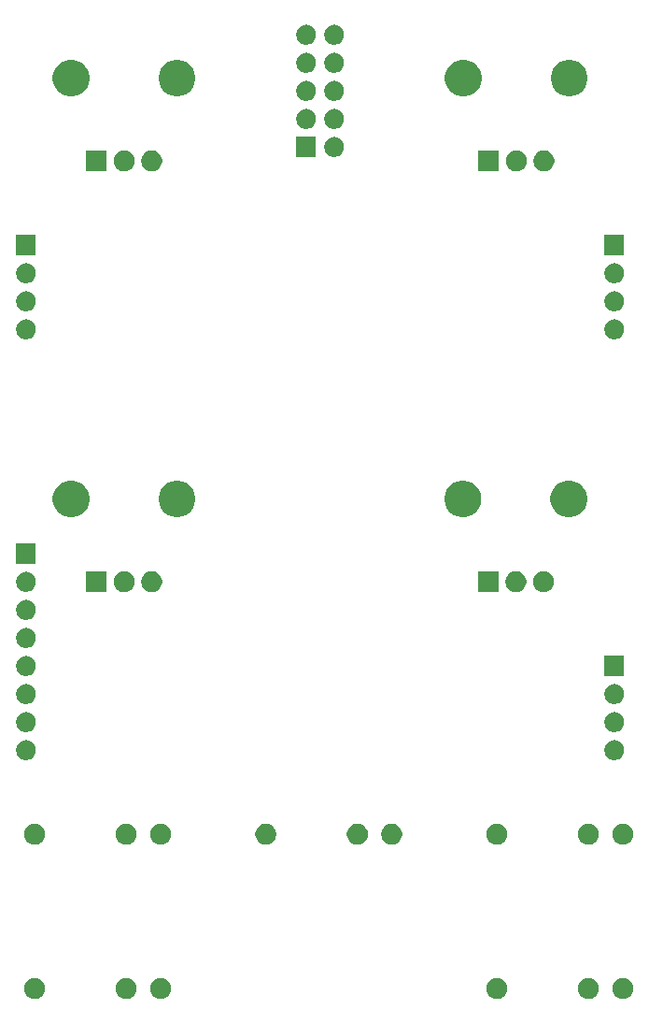
<source format=gbr>
G04 #@! TF.GenerationSoftware,KiCad,Pcbnew,5.1.6-c6e7f7d~87~ubuntu18.04.1*
G04 #@! TF.CreationDate,2020-08-19T11:35:40-04:00*
G04 #@! TF.ProjectId,filter_carrier_board,66696c74-6572-45f6-9361-72726965725f,1.2*
G04 #@! TF.SameCoordinates,Original*
G04 #@! TF.FileFunction,Soldermask,Top*
G04 #@! TF.FilePolarity,Negative*
%FSLAX46Y46*%
G04 Gerber Fmt 4.6, Leading zero omitted, Abs format (unit mm)*
G04 Created by KiCad (PCBNEW 5.1.6-c6e7f7d~87~ubuntu18.04.1) date 2020-08-19 11:35:40*
%MOMM*%
%LPD*%
G01*
G04 APERTURE LIST*
%ADD10C,0.100000*%
G04 APERTURE END LIST*
D10*
G36*
X114782395Y-140055546D02*
G01*
X114955466Y-140127234D01*
X114955467Y-140127235D01*
X115111227Y-140231310D01*
X115243690Y-140363773D01*
X115243691Y-140363775D01*
X115347766Y-140519534D01*
X115419454Y-140692605D01*
X115456000Y-140876333D01*
X115456000Y-141063667D01*
X115419454Y-141247395D01*
X115347766Y-141420466D01*
X115347765Y-141420467D01*
X115243690Y-141576227D01*
X115111227Y-141708690D01*
X115032818Y-141761081D01*
X114955466Y-141812766D01*
X114782395Y-141884454D01*
X114598667Y-141921000D01*
X114411333Y-141921000D01*
X114227605Y-141884454D01*
X114054534Y-141812766D01*
X113977182Y-141761081D01*
X113898773Y-141708690D01*
X113766310Y-141576227D01*
X113662235Y-141420467D01*
X113662234Y-141420466D01*
X113590546Y-141247395D01*
X113554000Y-141063667D01*
X113554000Y-140876333D01*
X113590546Y-140692605D01*
X113662234Y-140519534D01*
X113766309Y-140363775D01*
X113766310Y-140363773D01*
X113898773Y-140231310D01*
X114054533Y-140127235D01*
X114054534Y-140127234D01*
X114227605Y-140055546D01*
X114411333Y-140019000D01*
X114598667Y-140019000D01*
X114782395Y-140055546D01*
G37*
G36*
X156692395Y-140055546D02*
G01*
X156865466Y-140127234D01*
X156865467Y-140127235D01*
X157021227Y-140231310D01*
X157153690Y-140363773D01*
X157153691Y-140363775D01*
X157257766Y-140519534D01*
X157329454Y-140692605D01*
X157366000Y-140876333D01*
X157366000Y-141063667D01*
X157329454Y-141247395D01*
X157257766Y-141420466D01*
X157257765Y-141420467D01*
X157153690Y-141576227D01*
X157021227Y-141708690D01*
X156942818Y-141761081D01*
X156865466Y-141812766D01*
X156692395Y-141884454D01*
X156508667Y-141921000D01*
X156321333Y-141921000D01*
X156137605Y-141884454D01*
X155964534Y-141812766D01*
X155887182Y-141761081D01*
X155808773Y-141708690D01*
X155676310Y-141576227D01*
X155572235Y-141420467D01*
X155572234Y-141420466D01*
X155500546Y-141247395D01*
X155464000Y-141063667D01*
X155464000Y-140876333D01*
X155500546Y-140692605D01*
X155572234Y-140519534D01*
X155676309Y-140363775D01*
X155676310Y-140363773D01*
X155808773Y-140231310D01*
X155964533Y-140127235D01*
X155964534Y-140127234D01*
X156137605Y-140055546D01*
X156321333Y-140019000D01*
X156508667Y-140019000D01*
X156692395Y-140055546D01*
G37*
G36*
X148392395Y-140055546D02*
G01*
X148565466Y-140127234D01*
X148565467Y-140127235D01*
X148721227Y-140231310D01*
X148853690Y-140363773D01*
X148853691Y-140363775D01*
X148957766Y-140519534D01*
X149029454Y-140692605D01*
X149066000Y-140876333D01*
X149066000Y-141063667D01*
X149029454Y-141247395D01*
X148957766Y-141420466D01*
X148957765Y-141420467D01*
X148853690Y-141576227D01*
X148721227Y-141708690D01*
X148642818Y-141761081D01*
X148565466Y-141812766D01*
X148392395Y-141884454D01*
X148208667Y-141921000D01*
X148021333Y-141921000D01*
X147837605Y-141884454D01*
X147664534Y-141812766D01*
X147587182Y-141761081D01*
X147508773Y-141708690D01*
X147376310Y-141576227D01*
X147272235Y-141420467D01*
X147272234Y-141420466D01*
X147200546Y-141247395D01*
X147164000Y-141063667D01*
X147164000Y-140876333D01*
X147200546Y-140692605D01*
X147272234Y-140519534D01*
X147376309Y-140363775D01*
X147376310Y-140363773D01*
X147508773Y-140231310D01*
X147664533Y-140127235D01*
X147664534Y-140127234D01*
X147837605Y-140055546D01*
X148021333Y-140019000D01*
X148208667Y-140019000D01*
X148392395Y-140055546D01*
G37*
G36*
X159792395Y-140055546D02*
G01*
X159965466Y-140127234D01*
X159965467Y-140127235D01*
X160121227Y-140231310D01*
X160253690Y-140363773D01*
X160253691Y-140363775D01*
X160357766Y-140519534D01*
X160429454Y-140692605D01*
X160466000Y-140876333D01*
X160466000Y-141063667D01*
X160429454Y-141247395D01*
X160357766Y-141420466D01*
X160357765Y-141420467D01*
X160253690Y-141576227D01*
X160121227Y-141708690D01*
X160042818Y-141761081D01*
X159965466Y-141812766D01*
X159792395Y-141884454D01*
X159608667Y-141921000D01*
X159421333Y-141921000D01*
X159237605Y-141884454D01*
X159064534Y-141812766D01*
X158987182Y-141761081D01*
X158908773Y-141708690D01*
X158776310Y-141576227D01*
X158672235Y-141420467D01*
X158672234Y-141420466D01*
X158600546Y-141247395D01*
X158564000Y-141063667D01*
X158564000Y-140876333D01*
X158600546Y-140692605D01*
X158672234Y-140519534D01*
X158776309Y-140363775D01*
X158776310Y-140363773D01*
X158908773Y-140231310D01*
X159064533Y-140127235D01*
X159064534Y-140127234D01*
X159237605Y-140055546D01*
X159421333Y-140019000D01*
X159608667Y-140019000D01*
X159792395Y-140055546D01*
G37*
G36*
X117882395Y-140055546D02*
G01*
X118055466Y-140127234D01*
X118055467Y-140127235D01*
X118211227Y-140231310D01*
X118343690Y-140363773D01*
X118343691Y-140363775D01*
X118447766Y-140519534D01*
X118519454Y-140692605D01*
X118556000Y-140876333D01*
X118556000Y-141063667D01*
X118519454Y-141247395D01*
X118447766Y-141420466D01*
X118447765Y-141420467D01*
X118343690Y-141576227D01*
X118211227Y-141708690D01*
X118132818Y-141761081D01*
X118055466Y-141812766D01*
X117882395Y-141884454D01*
X117698667Y-141921000D01*
X117511333Y-141921000D01*
X117327605Y-141884454D01*
X117154534Y-141812766D01*
X117077182Y-141761081D01*
X116998773Y-141708690D01*
X116866310Y-141576227D01*
X116762235Y-141420467D01*
X116762234Y-141420466D01*
X116690546Y-141247395D01*
X116654000Y-141063667D01*
X116654000Y-140876333D01*
X116690546Y-140692605D01*
X116762234Y-140519534D01*
X116866309Y-140363775D01*
X116866310Y-140363773D01*
X116998773Y-140231310D01*
X117154533Y-140127235D01*
X117154534Y-140127234D01*
X117327605Y-140055546D01*
X117511333Y-140019000D01*
X117698667Y-140019000D01*
X117882395Y-140055546D01*
G37*
G36*
X106482395Y-140055546D02*
G01*
X106655466Y-140127234D01*
X106655467Y-140127235D01*
X106811227Y-140231310D01*
X106943690Y-140363773D01*
X106943691Y-140363775D01*
X107047766Y-140519534D01*
X107119454Y-140692605D01*
X107156000Y-140876333D01*
X107156000Y-141063667D01*
X107119454Y-141247395D01*
X107047766Y-141420466D01*
X107047765Y-141420467D01*
X106943690Y-141576227D01*
X106811227Y-141708690D01*
X106732818Y-141761081D01*
X106655466Y-141812766D01*
X106482395Y-141884454D01*
X106298667Y-141921000D01*
X106111333Y-141921000D01*
X105927605Y-141884454D01*
X105754534Y-141812766D01*
X105677182Y-141761081D01*
X105598773Y-141708690D01*
X105466310Y-141576227D01*
X105362235Y-141420467D01*
X105362234Y-141420466D01*
X105290546Y-141247395D01*
X105254000Y-141063667D01*
X105254000Y-140876333D01*
X105290546Y-140692605D01*
X105362234Y-140519534D01*
X105466309Y-140363775D01*
X105466310Y-140363773D01*
X105598773Y-140231310D01*
X105754533Y-140127235D01*
X105754534Y-140127234D01*
X105927605Y-140055546D01*
X106111333Y-140019000D01*
X106298667Y-140019000D01*
X106482395Y-140055546D01*
G37*
G36*
X148392395Y-126085546D02*
G01*
X148565466Y-126157234D01*
X148565467Y-126157235D01*
X148721227Y-126261310D01*
X148853690Y-126393773D01*
X148853691Y-126393775D01*
X148957766Y-126549534D01*
X149029454Y-126722605D01*
X149066000Y-126906333D01*
X149066000Y-127093667D01*
X149029454Y-127277395D01*
X148957766Y-127450466D01*
X148957765Y-127450467D01*
X148853690Y-127606227D01*
X148721227Y-127738690D01*
X148642818Y-127791081D01*
X148565466Y-127842766D01*
X148392395Y-127914454D01*
X148208667Y-127951000D01*
X148021333Y-127951000D01*
X147837605Y-127914454D01*
X147664534Y-127842766D01*
X147587182Y-127791081D01*
X147508773Y-127738690D01*
X147376310Y-127606227D01*
X147272235Y-127450467D01*
X147272234Y-127450466D01*
X147200546Y-127277395D01*
X147164000Y-127093667D01*
X147164000Y-126906333D01*
X147200546Y-126722605D01*
X147272234Y-126549534D01*
X147376309Y-126393775D01*
X147376310Y-126393773D01*
X147508773Y-126261310D01*
X147664533Y-126157235D01*
X147664534Y-126157234D01*
X147837605Y-126085546D01*
X148021333Y-126049000D01*
X148208667Y-126049000D01*
X148392395Y-126085546D01*
G37*
G36*
X114782395Y-126085546D02*
G01*
X114955466Y-126157234D01*
X114955467Y-126157235D01*
X115111227Y-126261310D01*
X115243690Y-126393773D01*
X115243691Y-126393775D01*
X115347766Y-126549534D01*
X115419454Y-126722605D01*
X115456000Y-126906333D01*
X115456000Y-127093667D01*
X115419454Y-127277395D01*
X115347766Y-127450466D01*
X115347765Y-127450467D01*
X115243690Y-127606227D01*
X115111227Y-127738690D01*
X115032818Y-127791081D01*
X114955466Y-127842766D01*
X114782395Y-127914454D01*
X114598667Y-127951000D01*
X114411333Y-127951000D01*
X114227605Y-127914454D01*
X114054534Y-127842766D01*
X113977182Y-127791081D01*
X113898773Y-127738690D01*
X113766310Y-127606227D01*
X113662235Y-127450467D01*
X113662234Y-127450466D01*
X113590546Y-127277395D01*
X113554000Y-127093667D01*
X113554000Y-126906333D01*
X113590546Y-126722605D01*
X113662234Y-126549534D01*
X113766309Y-126393775D01*
X113766310Y-126393773D01*
X113898773Y-126261310D01*
X114054533Y-126157235D01*
X114054534Y-126157234D01*
X114227605Y-126085546D01*
X114411333Y-126049000D01*
X114598667Y-126049000D01*
X114782395Y-126085546D01*
G37*
G36*
X117882395Y-126085546D02*
G01*
X118055466Y-126157234D01*
X118055467Y-126157235D01*
X118211227Y-126261310D01*
X118343690Y-126393773D01*
X118343691Y-126393775D01*
X118447766Y-126549534D01*
X118519454Y-126722605D01*
X118556000Y-126906333D01*
X118556000Y-127093667D01*
X118519454Y-127277395D01*
X118447766Y-127450466D01*
X118447765Y-127450467D01*
X118343690Y-127606227D01*
X118211227Y-127738690D01*
X118132818Y-127791081D01*
X118055466Y-127842766D01*
X117882395Y-127914454D01*
X117698667Y-127951000D01*
X117511333Y-127951000D01*
X117327605Y-127914454D01*
X117154534Y-127842766D01*
X117077182Y-127791081D01*
X116998773Y-127738690D01*
X116866310Y-127606227D01*
X116762235Y-127450467D01*
X116762234Y-127450466D01*
X116690546Y-127277395D01*
X116654000Y-127093667D01*
X116654000Y-126906333D01*
X116690546Y-126722605D01*
X116762234Y-126549534D01*
X116866309Y-126393775D01*
X116866310Y-126393773D01*
X116998773Y-126261310D01*
X117154533Y-126157235D01*
X117154534Y-126157234D01*
X117327605Y-126085546D01*
X117511333Y-126049000D01*
X117698667Y-126049000D01*
X117882395Y-126085546D01*
G37*
G36*
X106482395Y-126085546D02*
G01*
X106655466Y-126157234D01*
X106655467Y-126157235D01*
X106811227Y-126261310D01*
X106943690Y-126393773D01*
X106943691Y-126393775D01*
X107047766Y-126549534D01*
X107119454Y-126722605D01*
X107156000Y-126906333D01*
X107156000Y-127093667D01*
X107119454Y-127277395D01*
X107047766Y-127450466D01*
X107047765Y-127450467D01*
X106943690Y-127606227D01*
X106811227Y-127738690D01*
X106732818Y-127791081D01*
X106655466Y-127842766D01*
X106482395Y-127914454D01*
X106298667Y-127951000D01*
X106111333Y-127951000D01*
X105927605Y-127914454D01*
X105754534Y-127842766D01*
X105677182Y-127791081D01*
X105598773Y-127738690D01*
X105466310Y-127606227D01*
X105362235Y-127450467D01*
X105362234Y-127450466D01*
X105290546Y-127277395D01*
X105254000Y-127093667D01*
X105254000Y-126906333D01*
X105290546Y-126722605D01*
X105362234Y-126549534D01*
X105466309Y-126393775D01*
X105466310Y-126393773D01*
X105598773Y-126261310D01*
X105754533Y-126157235D01*
X105754534Y-126157234D01*
X105927605Y-126085546D01*
X106111333Y-126049000D01*
X106298667Y-126049000D01*
X106482395Y-126085546D01*
G37*
G36*
X135737395Y-126085546D02*
G01*
X135910466Y-126157234D01*
X135910467Y-126157235D01*
X136066227Y-126261310D01*
X136198690Y-126393773D01*
X136198691Y-126393775D01*
X136302766Y-126549534D01*
X136374454Y-126722605D01*
X136411000Y-126906333D01*
X136411000Y-127093667D01*
X136374454Y-127277395D01*
X136302766Y-127450466D01*
X136302765Y-127450467D01*
X136198690Y-127606227D01*
X136066227Y-127738690D01*
X135987818Y-127791081D01*
X135910466Y-127842766D01*
X135737395Y-127914454D01*
X135553667Y-127951000D01*
X135366333Y-127951000D01*
X135182605Y-127914454D01*
X135009534Y-127842766D01*
X134932182Y-127791081D01*
X134853773Y-127738690D01*
X134721310Y-127606227D01*
X134617235Y-127450467D01*
X134617234Y-127450466D01*
X134545546Y-127277395D01*
X134509000Y-127093667D01*
X134509000Y-126906333D01*
X134545546Y-126722605D01*
X134617234Y-126549534D01*
X134721309Y-126393775D01*
X134721310Y-126393773D01*
X134853773Y-126261310D01*
X135009533Y-126157235D01*
X135009534Y-126157234D01*
X135182605Y-126085546D01*
X135366333Y-126049000D01*
X135553667Y-126049000D01*
X135737395Y-126085546D01*
G37*
G36*
X138837395Y-126085546D02*
G01*
X139010466Y-126157234D01*
X139010467Y-126157235D01*
X139166227Y-126261310D01*
X139298690Y-126393773D01*
X139298691Y-126393775D01*
X139402766Y-126549534D01*
X139474454Y-126722605D01*
X139511000Y-126906333D01*
X139511000Y-127093667D01*
X139474454Y-127277395D01*
X139402766Y-127450466D01*
X139402765Y-127450467D01*
X139298690Y-127606227D01*
X139166227Y-127738690D01*
X139087818Y-127791081D01*
X139010466Y-127842766D01*
X138837395Y-127914454D01*
X138653667Y-127951000D01*
X138466333Y-127951000D01*
X138282605Y-127914454D01*
X138109534Y-127842766D01*
X138032182Y-127791081D01*
X137953773Y-127738690D01*
X137821310Y-127606227D01*
X137717235Y-127450467D01*
X137717234Y-127450466D01*
X137645546Y-127277395D01*
X137609000Y-127093667D01*
X137609000Y-126906333D01*
X137645546Y-126722605D01*
X137717234Y-126549534D01*
X137821309Y-126393775D01*
X137821310Y-126393773D01*
X137953773Y-126261310D01*
X138109533Y-126157235D01*
X138109534Y-126157234D01*
X138282605Y-126085546D01*
X138466333Y-126049000D01*
X138653667Y-126049000D01*
X138837395Y-126085546D01*
G37*
G36*
X127437395Y-126085546D02*
G01*
X127610466Y-126157234D01*
X127610467Y-126157235D01*
X127766227Y-126261310D01*
X127898690Y-126393773D01*
X127898691Y-126393775D01*
X128002766Y-126549534D01*
X128074454Y-126722605D01*
X128111000Y-126906333D01*
X128111000Y-127093667D01*
X128074454Y-127277395D01*
X128002766Y-127450466D01*
X128002765Y-127450467D01*
X127898690Y-127606227D01*
X127766227Y-127738690D01*
X127687818Y-127791081D01*
X127610466Y-127842766D01*
X127437395Y-127914454D01*
X127253667Y-127951000D01*
X127066333Y-127951000D01*
X126882605Y-127914454D01*
X126709534Y-127842766D01*
X126632182Y-127791081D01*
X126553773Y-127738690D01*
X126421310Y-127606227D01*
X126317235Y-127450467D01*
X126317234Y-127450466D01*
X126245546Y-127277395D01*
X126209000Y-127093667D01*
X126209000Y-126906333D01*
X126245546Y-126722605D01*
X126317234Y-126549534D01*
X126421309Y-126393775D01*
X126421310Y-126393773D01*
X126553773Y-126261310D01*
X126709533Y-126157235D01*
X126709534Y-126157234D01*
X126882605Y-126085546D01*
X127066333Y-126049000D01*
X127253667Y-126049000D01*
X127437395Y-126085546D01*
G37*
G36*
X156692395Y-126085546D02*
G01*
X156865466Y-126157234D01*
X156865467Y-126157235D01*
X157021227Y-126261310D01*
X157153690Y-126393773D01*
X157153691Y-126393775D01*
X157257766Y-126549534D01*
X157329454Y-126722605D01*
X157366000Y-126906333D01*
X157366000Y-127093667D01*
X157329454Y-127277395D01*
X157257766Y-127450466D01*
X157257765Y-127450467D01*
X157153690Y-127606227D01*
X157021227Y-127738690D01*
X156942818Y-127791081D01*
X156865466Y-127842766D01*
X156692395Y-127914454D01*
X156508667Y-127951000D01*
X156321333Y-127951000D01*
X156137605Y-127914454D01*
X155964534Y-127842766D01*
X155887182Y-127791081D01*
X155808773Y-127738690D01*
X155676310Y-127606227D01*
X155572235Y-127450467D01*
X155572234Y-127450466D01*
X155500546Y-127277395D01*
X155464000Y-127093667D01*
X155464000Y-126906333D01*
X155500546Y-126722605D01*
X155572234Y-126549534D01*
X155676309Y-126393775D01*
X155676310Y-126393773D01*
X155808773Y-126261310D01*
X155964533Y-126157235D01*
X155964534Y-126157234D01*
X156137605Y-126085546D01*
X156321333Y-126049000D01*
X156508667Y-126049000D01*
X156692395Y-126085546D01*
G37*
G36*
X159792395Y-126085546D02*
G01*
X159965466Y-126157234D01*
X159965467Y-126157235D01*
X160121227Y-126261310D01*
X160253690Y-126393773D01*
X160253691Y-126393775D01*
X160357766Y-126549534D01*
X160429454Y-126722605D01*
X160466000Y-126906333D01*
X160466000Y-127093667D01*
X160429454Y-127277395D01*
X160357766Y-127450466D01*
X160357765Y-127450467D01*
X160253690Y-127606227D01*
X160121227Y-127738690D01*
X160042818Y-127791081D01*
X159965466Y-127842766D01*
X159792395Y-127914454D01*
X159608667Y-127951000D01*
X159421333Y-127951000D01*
X159237605Y-127914454D01*
X159064534Y-127842766D01*
X158987182Y-127791081D01*
X158908773Y-127738690D01*
X158776310Y-127606227D01*
X158672235Y-127450467D01*
X158672234Y-127450466D01*
X158600546Y-127277395D01*
X158564000Y-127093667D01*
X158564000Y-126906333D01*
X158600546Y-126722605D01*
X158672234Y-126549534D01*
X158776309Y-126393775D01*
X158776310Y-126393773D01*
X158908773Y-126261310D01*
X159064533Y-126157235D01*
X159064534Y-126157234D01*
X159237605Y-126085546D01*
X159421333Y-126049000D01*
X159608667Y-126049000D01*
X159792395Y-126085546D01*
G37*
G36*
X105523512Y-118483927D02*
G01*
X105672812Y-118513624D01*
X105836784Y-118581544D01*
X105984354Y-118680147D01*
X106109853Y-118805646D01*
X106208456Y-118953216D01*
X106276376Y-119117188D01*
X106311000Y-119291259D01*
X106311000Y-119468741D01*
X106276376Y-119642812D01*
X106208456Y-119806784D01*
X106109853Y-119954354D01*
X105984354Y-120079853D01*
X105836784Y-120178456D01*
X105672812Y-120246376D01*
X105523512Y-120276073D01*
X105498742Y-120281000D01*
X105321258Y-120281000D01*
X105296488Y-120276073D01*
X105147188Y-120246376D01*
X104983216Y-120178456D01*
X104835646Y-120079853D01*
X104710147Y-119954354D01*
X104611544Y-119806784D01*
X104543624Y-119642812D01*
X104509000Y-119468741D01*
X104509000Y-119291259D01*
X104543624Y-119117188D01*
X104611544Y-118953216D01*
X104710147Y-118805646D01*
X104835646Y-118680147D01*
X104983216Y-118581544D01*
X105147188Y-118513624D01*
X105296488Y-118483927D01*
X105321258Y-118479000D01*
X105498742Y-118479000D01*
X105523512Y-118483927D01*
G37*
G36*
X158863512Y-118483927D02*
G01*
X159012812Y-118513624D01*
X159176784Y-118581544D01*
X159324354Y-118680147D01*
X159449853Y-118805646D01*
X159548456Y-118953216D01*
X159616376Y-119117188D01*
X159651000Y-119291259D01*
X159651000Y-119468741D01*
X159616376Y-119642812D01*
X159548456Y-119806784D01*
X159449853Y-119954354D01*
X159324354Y-120079853D01*
X159176784Y-120178456D01*
X159012812Y-120246376D01*
X158863512Y-120276073D01*
X158838742Y-120281000D01*
X158661258Y-120281000D01*
X158636488Y-120276073D01*
X158487188Y-120246376D01*
X158323216Y-120178456D01*
X158175646Y-120079853D01*
X158050147Y-119954354D01*
X157951544Y-119806784D01*
X157883624Y-119642812D01*
X157849000Y-119468741D01*
X157849000Y-119291259D01*
X157883624Y-119117188D01*
X157951544Y-118953216D01*
X158050147Y-118805646D01*
X158175646Y-118680147D01*
X158323216Y-118581544D01*
X158487188Y-118513624D01*
X158636488Y-118483927D01*
X158661258Y-118479000D01*
X158838742Y-118479000D01*
X158863512Y-118483927D01*
G37*
G36*
X158863512Y-115943927D02*
G01*
X159012812Y-115973624D01*
X159176784Y-116041544D01*
X159324354Y-116140147D01*
X159449853Y-116265646D01*
X159548456Y-116413216D01*
X159616376Y-116577188D01*
X159651000Y-116751259D01*
X159651000Y-116928741D01*
X159616376Y-117102812D01*
X159548456Y-117266784D01*
X159449853Y-117414354D01*
X159324354Y-117539853D01*
X159176784Y-117638456D01*
X159012812Y-117706376D01*
X158863512Y-117736073D01*
X158838742Y-117741000D01*
X158661258Y-117741000D01*
X158636488Y-117736073D01*
X158487188Y-117706376D01*
X158323216Y-117638456D01*
X158175646Y-117539853D01*
X158050147Y-117414354D01*
X157951544Y-117266784D01*
X157883624Y-117102812D01*
X157849000Y-116928741D01*
X157849000Y-116751259D01*
X157883624Y-116577188D01*
X157951544Y-116413216D01*
X158050147Y-116265646D01*
X158175646Y-116140147D01*
X158323216Y-116041544D01*
X158487188Y-115973624D01*
X158636488Y-115943927D01*
X158661258Y-115939000D01*
X158838742Y-115939000D01*
X158863512Y-115943927D01*
G37*
G36*
X105523512Y-115943927D02*
G01*
X105672812Y-115973624D01*
X105836784Y-116041544D01*
X105984354Y-116140147D01*
X106109853Y-116265646D01*
X106208456Y-116413216D01*
X106276376Y-116577188D01*
X106311000Y-116751259D01*
X106311000Y-116928741D01*
X106276376Y-117102812D01*
X106208456Y-117266784D01*
X106109853Y-117414354D01*
X105984354Y-117539853D01*
X105836784Y-117638456D01*
X105672812Y-117706376D01*
X105523512Y-117736073D01*
X105498742Y-117741000D01*
X105321258Y-117741000D01*
X105296488Y-117736073D01*
X105147188Y-117706376D01*
X104983216Y-117638456D01*
X104835646Y-117539853D01*
X104710147Y-117414354D01*
X104611544Y-117266784D01*
X104543624Y-117102812D01*
X104509000Y-116928741D01*
X104509000Y-116751259D01*
X104543624Y-116577188D01*
X104611544Y-116413216D01*
X104710147Y-116265646D01*
X104835646Y-116140147D01*
X104983216Y-116041544D01*
X105147188Y-115973624D01*
X105296488Y-115943927D01*
X105321258Y-115939000D01*
X105498742Y-115939000D01*
X105523512Y-115943927D01*
G37*
G36*
X105523512Y-113403927D02*
G01*
X105672812Y-113433624D01*
X105836784Y-113501544D01*
X105984354Y-113600147D01*
X106109853Y-113725646D01*
X106208456Y-113873216D01*
X106276376Y-114037188D01*
X106311000Y-114211259D01*
X106311000Y-114388741D01*
X106276376Y-114562812D01*
X106208456Y-114726784D01*
X106109853Y-114874354D01*
X105984354Y-114999853D01*
X105836784Y-115098456D01*
X105672812Y-115166376D01*
X105523512Y-115196073D01*
X105498742Y-115201000D01*
X105321258Y-115201000D01*
X105296488Y-115196073D01*
X105147188Y-115166376D01*
X104983216Y-115098456D01*
X104835646Y-114999853D01*
X104710147Y-114874354D01*
X104611544Y-114726784D01*
X104543624Y-114562812D01*
X104509000Y-114388741D01*
X104509000Y-114211259D01*
X104543624Y-114037188D01*
X104611544Y-113873216D01*
X104710147Y-113725646D01*
X104835646Y-113600147D01*
X104983216Y-113501544D01*
X105147188Y-113433624D01*
X105296488Y-113403927D01*
X105321258Y-113399000D01*
X105498742Y-113399000D01*
X105523512Y-113403927D01*
G37*
G36*
X158863512Y-113403927D02*
G01*
X159012812Y-113433624D01*
X159176784Y-113501544D01*
X159324354Y-113600147D01*
X159449853Y-113725646D01*
X159548456Y-113873216D01*
X159616376Y-114037188D01*
X159651000Y-114211259D01*
X159651000Y-114388741D01*
X159616376Y-114562812D01*
X159548456Y-114726784D01*
X159449853Y-114874354D01*
X159324354Y-114999853D01*
X159176784Y-115098456D01*
X159012812Y-115166376D01*
X158863512Y-115196073D01*
X158838742Y-115201000D01*
X158661258Y-115201000D01*
X158636488Y-115196073D01*
X158487188Y-115166376D01*
X158323216Y-115098456D01*
X158175646Y-114999853D01*
X158050147Y-114874354D01*
X157951544Y-114726784D01*
X157883624Y-114562812D01*
X157849000Y-114388741D01*
X157849000Y-114211259D01*
X157883624Y-114037188D01*
X157951544Y-113873216D01*
X158050147Y-113725646D01*
X158175646Y-113600147D01*
X158323216Y-113501544D01*
X158487188Y-113433624D01*
X158636488Y-113403927D01*
X158661258Y-113399000D01*
X158838742Y-113399000D01*
X158863512Y-113403927D01*
G37*
G36*
X105523512Y-110863927D02*
G01*
X105672812Y-110893624D01*
X105836784Y-110961544D01*
X105984354Y-111060147D01*
X106109853Y-111185646D01*
X106208456Y-111333216D01*
X106276376Y-111497188D01*
X106311000Y-111671259D01*
X106311000Y-111848741D01*
X106276376Y-112022812D01*
X106208456Y-112186784D01*
X106109853Y-112334354D01*
X105984354Y-112459853D01*
X105836784Y-112558456D01*
X105672812Y-112626376D01*
X105523512Y-112656073D01*
X105498742Y-112661000D01*
X105321258Y-112661000D01*
X105296488Y-112656073D01*
X105147188Y-112626376D01*
X104983216Y-112558456D01*
X104835646Y-112459853D01*
X104710147Y-112334354D01*
X104611544Y-112186784D01*
X104543624Y-112022812D01*
X104509000Y-111848741D01*
X104509000Y-111671259D01*
X104543624Y-111497188D01*
X104611544Y-111333216D01*
X104710147Y-111185646D01*
X104835646Y-111060147D01*
X104983216Y-110961544D01*
X105147188Y-110893624D01*
X105296488Y-110863927D01*
X105321258Y-110859000D01*
X105498742Y-110859000D01*
X105523512Y-110863927D01*
G37*
G36*
X159651000Y-112661000D02*
G01*
X157849000Y-112661000D01*
X157849000Y-110859000D01*
X159651000Y-110859000D01*
X159651000Y-112661000D01*
G37*
G36*
X105523512Y-108323927D02*
G01*
X105672812Y-108353624D01*
X105836784Y-108421544D01*
X105984354Y-108520147D01*
X106109853Y-108645646D01*
X106208456Y-108793216D01*
X106276376Y-108957188D01*
X106311000Y-109131259D01*
X106311000Y-109308741D01*
X106276376Y-109482812D01*
X106208456Y-109646784D01*
X106109853Y-109794354D01*
X105984354Y-109919853D01*
X105836784Y-110018456D01*
X105672812Y-110086376D01*
X105523512Y-110116073D01*
X105498742Y-110121000D01*
X105321258Y-110121000D01*
X105296488Y-110116073D01*
X105147188Y-110086376D01*
X104983216Y-110018456D01*
X104835646Y-109919853D01*
X104710147Y-109794354D01*
X104611544Y-109646784D01*
X104543624Y-109482812D01*
X104509000Y-109308741D01*
X104509000Y-109131259D01*
X104543624Y-108957188D01*
X104611544Y-108793216D01*
X104710147Y-108645646D01*
X104835646Y-108520147D01*
X104983216Y-108421544D01*
X105147188Y-108353624D01*
X105296488Y-108323927D01*
X105321258Y-108319000D01*
X105498742Y-108319000D01*
X105523512Y-108323927D01*
G37*
G36*
X105523512Y-105783927D02*
G01*
X105672812Y-105813624D01*
X105836784Y-105881544D01*
X105984354Y-105980147D01*
X106109853Y-106105646D01*
X106208456Y-106253216D01*
X106276376Y-106417188D01*
X106311000Y-106591259D01*
X106311000Y-106768741D01*
X106276376Y-106942812D01*
X106208456Y-107106784D01*
X106109853Y-107254354D01*
X105984354Y-107379853D01*
X105836784Y-107478456D01*
X105672812Y-107546376D01*
X105523512Y-107576073D01*
X105498742Y-107581000D01*
X105321258Y-107581000D01*
X105296488Y-107576073D01*
X105147188Y-107546376D01*
X104983216Y-107478456D01*
X104835646Y-107379853D01*
X104710147Y-107254354D01*
X104611544Y-107106784D01*
X104543624Y-106942812D01*
X104509000Y-106768741D01*
X104509000Y-106591259D01*
X104543624Y-106417188D01*
X104611544Y-106253216D01*
X104710147Y-106105646D01*
X104835646Y-105980147D01*
X104983216Y-105881544D01*
X105147188Y-105813624D01*
X105296488Y-105783927D01*
X105321258Y-105779000D01*
X105498742Y-105779000D01*
X105523512Y-105783927D01*
G37*
G36*
X117077395Y-103225546D02*
G01*
X117250466Y-103297234D01*
X117250467Y-103297235D01*
X117406227Y-103401310D01*
X117538690Y-103533773D01*
X117538691Y-103533775D01*
X117642766Y-103689534D01*
X117714454Y-103862605D01*
X117751000Y-104046333D01*
X117751000Y-104233667D01*
X117714454Y-104417395D01*
X117642766Y-104590466D01*
X117642765Y-104590467D01*
X117538690Y-104746227D01*
X117406227Y-104878690D01*
X117327818Y-104931081D01*
X117250466Y-104982766D01*
X117077395Y-105054454D01*
X116893667Y-105091000D01*
X116706333Y-105091000D01*
X116522605Y-105054454D01*
X116349534Y-104982766D01*
X116272182Y-104931081D01*
X116193773Y-104878690D01*
X116061310Y-104746227D01*
X115957235Y-104590467D01*
X115957234Y-104590466D01*
X115885546Y-104417395D01*
X115849000Y-104233667D01*
X115849000Y-104046333D01*
X115885546Y-103862605D01*
X115957234Y-103689534D01*
X116061309Y-103533775D01*
X116061310Y-103533773D01*
X116193773Y-103401310D01*
X116349533Y-103297235D01*
X116349534Y-103297234D01*
X116522605Y-103225546D01*
X116706333Y-103189000D01*
X116893667Y-103189000D01*
X117077395Y-103225546D01*
G37*
G36*
X148271000Y-105091000D02*
G01*
X146369000Y-105091000D01*
X146369000Y-103189000D01*
X148271000Y-103189000D01*
X148271000Y-105091000D01*
G37*
G36*
X150097395Y-103225546D02*
G01*
X150270466Y-103297234D01*
X150270467Y-103297235D01*
X150426227Y-103401310D01*
X150558690Y-103533773D01*
X150558691Y-103533775D01*
X150662766Y-103689534D01*
X150734454Y-103862605D01*
X150771000Y-104046333D01*
X150771000Y-104233667D01*
X150734454Y-104417395D01*
X150662766Y-104590466D01*
X150662765Y-104590467D01*
X150558690Y-104746227D01*
X150426227Y-104878690D01*
X150347818Y-104931081D01*
X150270466Y-104982766D01*
X150097395Y-105054454D01*
X149913667Y-105091000D01*
X149726333Y-105091000D01*
X149542605Y-105054454D01*
X149369534Y-104982766D01*
X149292182Y-104931081D01*
X149213773Y-104878690D01*
X149081310Y-104746227D01*
X148977235Y-104590467D01*
X148977234Y-104590466D01*
X148905546Y-104417395D01*
X148869000Y-104233667D01*
X148869000Y-104046333D01*
X148905546Y-103862605D01*
X148977234Y-103689534D01*
X149081309Y-103533775D01*
X149081310Y-103533773D01*
X149213773Y-103401310D01*
X149369533Y-103297235D01*
X149369534Y-103297234D01*
X149542605Y-103225546D01*
X149726333Y-103189000D01*
X149913667Y-103189000D01*
X150097395Y-103225546D01*
G37*
G36*
X152597395Y-103225546D02*
G01*
X152770466Y-103297234D01*
X152770467Y-103297235D01*
X152926227Y-103401310D01*
X153058690Y-103533773D01*
X153058691Y-103533775D01*
X153162766Y-103689534D01*
X153234454Y-103862605D01*
X153271000Y-104046333D01*
X153271000Y-104233667D01*
X153234454Y-104417395D01*
X153162766Y-104590466D01*
X153162765Y-104590467D01*
X153058690Y-104746227D01*
X152926227Y-104878690D01*
X152847818Y-104931081D01*
X152770466Y-104982766D01*
X152597395Y-105054454D01*
X152413667Y-105091000D01*
X152226333Y-105091000D01*
X152042605Y-105054454D01*
X151869534Y-104982766D01*
X151792182Y-104931081D01*
X151713773Y-104878690D01*
X151581310Y-104746227D01*
X151477235Y-104590467D01*
X151477234Y-104590466D01*
X151405546Y-104417395D01*
X151369000Y-104233667D01*
X151369000Y-104046333D01*
X151405546Y-103862605D01*
X151477234Y-103689534D01*
X151581309Y-103533775D01*
X151581310Y-103533773D01*
X151713773Y-103401310D01*
X151869533Y-103297235D01*
X151869534Y-103297234D01*
X152042605Y-103225546D01*
X152226333Y-103189000D01*
X152413667Y-103189000D01*
X152597395Y-103225546D01*
G37*
G36*
X114577395Y-103225546D02*
G01*
X114750466Y-103297234D01*
X114750467Y-103297235D01*
X114906227Y-103401310D01*
X115038690Y-103533773D01*
X115038691Y-103533775D01*
X115142766Y-103689534D01*
X115214454Y-103862605D01*
X115251000Y-104046333D01*
X115251000Y-104233667D01*
X115214454Y-104417395D01*
X115142766Y-104590466D01*
X115142765Y-104590467D01*
X115038690Y-104746227D01*
X114906227Y-104878690D01*
X114827818Y-104931081D01*
X114750466Y-104982766D01*
X114577395Y-105054454D01*
X114393667Y-105091000D01*
X114206333Y-105091000D01*
X114022605Y-105054454D01*
X113849534Y-104982766D01*
X113772182Y-104931081D01*
X113693773Y-104878690D01*
X113561310Y-104746227D01*
X113457235Y-104590467D01*
X113457234Y-104590466D01*
X113385546Y-104417395D01*
X113349000Y-104233667D01*
X113349000Y-104046333D01*
X113385546Y-103862605D01*
X113457234Y-103689534D01*
X113561309Y-103533775D01*
X113561310Y-103533773D01*
X113693773Y-103401310D01*
X113849533Y-103297235D01*
X113849534Y-103297234D01*
X114022605Y-103225546D01*
X114206333Y-103189000D01*
X114393667Y-103189000D01*
X114577395Y-103225546D01*
G37*
G36*
X112751000Y-105091000D02*
G01*
X110849000Y-105091000D01*
X110849000Y-103189000D01*
X112751000Y-103189000D01*
X112751000Y-105091000D01*
G37*
G36*
X105523512Y-103243927D02*
G01*
X105672812Y-103273624D01*
X105836784Y-103341544D01*
X105984354Y-103440147D01*
X106109853Y-103565646D01*
X106208456Y-103713216D01*
X106276376Y-103877188D01*
X106311000Y-104051259D01*
X106311000Y-104228741D01*
X106276376Y-104402812D01*
X106208456Y-104566784D01*
X106109853Y-104714354D01*
X105984354Y-104839853D01*
X105836784Y-104938456D01*
X105672812Y-105006376D01*
X105523512Y-105036073D01*
X105498742Y-105041000D01*
X105321258Y-105041000D01*
X105296488Y-105036073D01*
X105147188Y-105006376D01*
X104983216Y-104938456D01*
X104835646Y-104839853D01*
X104710147Y-104714354D01*
X104611544Y-104566784D01*
X104543624Y-104402812D01*
X104509000Y-104228741D01*
X104509000Y-104051259D01*
X104543624Y-103877188D01*
X104611544Y-103713216D01*
X104710147Y-103565646D01*
X104835646Y-103440147D01*
X104983216Y-103341544D01*
X105147188Y-103273624D01*
X105296488Y-103243927D01*
X105321258Y-103239000D01*
X105498742Y-103239000D01*
X105523512Y-103243927D01*
G37*
G36*
X106311000Y-102501000D02*
G01*
X104509000Y-102501000D01*
X104509000Y-100699000D01*
X106311000Y-100699000D01*
X106311000Y-102501000D01*
G37*
G36*
X109987412Y-95033215D02*
G01*
X110291514Y-95159178D01*
X110565199Y-95342049D01*
X110797951Y-95574801D01*
X110980822Y-95848486D01*
X111106785Y-96152588D01*
X111171000Y-96475420D01*
X111171000Y-96804580D01*
X111106785Y-97127412D01*
X110980822Y-97431514D01*
X110797951Y-97705199D01*
X110565199Y-97937951D01*
X110291514Y-98120822D01*
X109987412Y-98246785D01*
X109664580Y-98311000D01*
X109335420Y-98311000D01*
X109012588Y-98246785D01*
X108708486Y-98120822D01*
X108434801Y-97937951D01*
X108202049Y-97705199D01*
X108019178Y-97431514D01*
X107893215Y-97127412D01*
X107829000Y-96804580D01*
X107829000Y-96475420D01*
X107893215Y-96152588D01*
X108019178Y-95848486D01*
X108202049Y-95574801D01*
X108434801Y-95342049D01*
X108708486Y-95159178D01*
X109012588Y-95033215D01*
X109335420Y-94969000D01*
X109664580Y-94969000D01*
X109987412Y-95033215D01*
G37*
G36*
X145507412Y-95033215D02*
G01*
X145811514Y-95159178D01*
X146085199Y-95342049D01*
X146317951Y-95574801D01*
X146500822Y-95848486D01*
X146626785Y-96152588D01*
X146691000Y-96475420D01*
X146691000Y-96804580D01*
X146626785Y-97127412D01*
X146500822Y-97431514D01*
X146317951Y-97705199D01*
X146085199Y-97937951D01*
X145811514Y-98120822D01*
X145507412Y-98246785D01*
X145184580Y-98311000D01*
X144855420Y-98311000D01*
X144532588Y-98246785D01*
X144228486Y-98120822D01*
X143954801Y-97937951D01*
X143722049Y-97705199D01*
X143539178Y-97431514D01*
X143413215Y-97127412D01*
X143349000Y-96804580D01*
X143349000Y-96475420D01*
X143413215Y-96152588D01*
X143539178Y-95848486D01*
X143722049Y-95574801D01*
X143954801Y-95342049D01*
X144228486Y-95159178D01*
X144532588Y-95033215D01*
X144855420Y-94969000D01*
X145184580Y-94969000D01*
X145507412Y-95033215D01*
G37*
G36*
X155107412Y-95033215D02*
G01*
X155411514Y-95159178D01*
X155685199Y-95342049D01*
X155917951Y-95574801D01*
X156100822Y-95848486D01*
X156226785Y-96152588D01*
X156291000Y-96475420D01*
X156291000Y-96804580D01*
X156226785Y-97127412D01*
X156100822Y-97431514D01*
X155917951Y-97705199D01*
X155685199Y-97937951D01*
X155411514Y-98120822D01*
X155107412Y-98246785D01*
X154784580Y-98311000D01*
X154455420Y-98311000D01*
X154132588Y-98246785D01*
X153828486Y-98120822D01*
X153554801Y-97937951D01*
X153322049Y-97705199D01*
X153139178Y-97431514D01*
X153013215Y-97127412D01*
X152949000Y-96804580D01*
X152949000Y-96475420D01*
X153013215Y-96152588D01*
X153139178Y-95848486D01*
X153322049Y-95574801D01*
X153554801Y-95342049D01*
X153828486Y-95159178D01*
X154132588Y-95033215D01*
X154455420Y-94969000D01*
X154784580Y-94969000D01*
X155107412Y-95033215D01*
G37*
G36*
X119587412Y-95033215D02*
G01*
X119891514Y-95159178D01*
X120165199Y-95342049D01*
X120397951Y-95574801D01*
X120580822Y-95848486D01*
X120706785Y-96152588D01*
X120771000Y-96475420D01*
X120771000Y-96804580D01*
X120706785Y-97127412D01*
X120580822Y-97431514D01*
X120397951Y-97705199D01*
X120165199Y-97937951D01*
X119891514Y-98120822D01*
X119587412Y-98246785D01*
X119264580Y-98311000D01*
X118935420Y-98311000D01*
X118612588Y-98246785D01*
X118308486Y-98120822D01*
X118034801Y-97937951D01*
X117802049Y-97705199D01*
X117619178Y-97431514D01*
X117493215Y-97127412D01*
X117429000Y-96804580D01*
X117429000Y-96475420D01*
X117493215Y-96152588D01*
X117619178Y-95848486D01*
X117802049Y-95574801D01*
X118034801Y-95342049D01*
X118308486Y-95159178D01*
X118612588Y-95033215D01*
X118935420Y-94969000D01*
X119264580Y-94969000D01*
X119587412Y-95033215D01*
G37*
G36*
X105523512Y-80383927D02*
G01*
X105672812Y-80413624D01*
X105836784Y-80481544D01*
X105984354Y-80580147D01*
X106109853Y-80705646D01*
X106208456Y-80853216D01*
X106276376Y-81017188D01*
X106311000Y-81191259D01*
X106311000Y-81368741D01*
X106276376Y-81542812D01*
X106208456Y-81706784D01*
X106109853Y-81854354D01*
X105984354Y-81979853D01*
X105836784Y-82078456D01*
X105672812Y-82146376D01*
X105523512Y-82176073D01*
X105498742Y-82181000D01*
X105321258Y-82181000D01*
X105296488Y-82176073D01*
X105147188Y-82146376D01*
X104983216Y-82078456D01*
X104835646Y-81979853D01*
X104710147Y-81854354D01*
X104611544Y-81706784D01*
X104543624Y-81542812D01*
X104509000Y-81368741D01*
X104509000Y-81191259D01*
X104543624Y-81017188D01*
X104611544Y-80853216D01*
X104710147Y-80705646D01*
X104835646Y-80580147D01*
X104983216Y-80481544D01*
X105147188Y-80413624D01*
X105296488Y-80383927D01*
X105321258Y-80379000D01*
X105498742Y-80379000D01*
X105523512Y-80383927D01*
G37*
G36*
X158863512Y-80383927D02*
G01*
X159012812Y-80413624D01*
X159176784Y-80481544D01*
X159324354Y-80580147D01*
X159449853Y-80705646D01*
X159548456Y-80853216D01*
X159616376Y-81017188D01*
X159651000Y-81191259D01*
X159651000Y-81368741D01*
X159616376Y-81542812D01*
X159548456Y-81706784D01*
X159449853Y-81854354D01*
X159324354Y-81979853D01*
X159176784Y-82078456D01*
X159012812Y-82146376D01*
X158863512Y-82176073D01*
X158838742Y-82181000D01*
X158661258Y-82181000D01*
X158636488Y-82176073D01*
X158487188Y-82146376D01*
X158323216Y-82078456D01*
X158175646Y-81979853D01*
X158050147Y-81854354D01*
X157951544Y-81706784D01*
X157883624Y-81542812D01*
X157849000Y-81368741D01*
X157849000Y-81191259D01*
X157883624Y-81017188D01*
X157951544Y-80853216D01*
X158050147Y-80705646D01*
X158175646Y-80580147D01*
X158323216Y-80481544D01*
X158487188Y-80413624D01*
X158636488Y-80383927D01*
X158661258Y-80379000D01*
X158838742Y-80379000D01*
X158863512Y-80383927D01*
G37*
G36*
X105523512Y-77843927D02*
G01*
X105672812Y-77873624D01*
X105836784Y-77941544D01*
X105984354Y-78040147D01*
X106109853Y-78165646D01*
X106208456Y-78313216D01*
X106276376Y-78477188D01*
X106311000Y-78651259D01*
X106311000Y-78828741D01*
X106276376Y-79002812D01*
X106208456Y-79166784D01*
X106109853Y-79314354D01*
X105984354Y-79439853D01*
X105836784Y-79538456D01*
X105672812Y-79606376D01*
X105523512Y-79636073D01*
X105498742Y-79641000D01*
X105321258Y-79641000D01*
X105296488Y-79636073D01*
X105147188Y-79606376D01*
X104983216Y-79538456D01*
X104835646Y-79439853D01*
X104710147Y-79314354D01*
X104611544Y-79166784D01*
X104543624Y-79002812D01*
X104509000Y-78828741D01*
X104509000Y-78651259D01*
X104543624Y-78477188D01*
X104611544Y-78313216D01*
X104710147Y-78165646D01*
X104835646Y-78040147D01*
X104983216Y-77941544D01*
X105147188Y-77873624D01*
X105296488Y-77843927D01*
X105321258Y-77839000D01*
X105498742Y-77839000D01*
X105523512Y-77843927D01*
G37*
G36*
X158863512Y-77843927D02*
G01*
X159012812Y-77873624D01*
X159176784Y-77941544D01*
X159324354Y-78040147D01*
X159449853Y-78165646D01*
X159548456Y-78313216D01*
X159616376Y-78477188D01*
X159651000Y-78651259D01*
X159651000Y-78828741D01*
X159616376Y-79002812D01*
X159548456Y-79166784D01*
X159449853Y-79314354D01*
X159324354Y-79439853D01*
X159176784Y-79538456D01*
X159012812Y-79606376D01*
X158863512Y-79636073D01*
X158838742Y-79641000D01*
X158661258Y-79641000D01*
X158636488Y-79636073D01*
X158487188Y-79606376D01*
X158323216Y-79538456D01*
X158175646Y-79439853D01*
X158050147Y-79314354D01*
X157951544Y-79166784D01*
X157883624Y-79002812D01*
X157849000Y-78828741D01*
X157849000Y-78651259D01*
X157883624Y-78477188D01*
X157951544Y-78313216D01*
X158050147Y-78165646D01*
X158175646Y-78040147D01*
X158323216Y-77941544D01*
X158487188Y-77873624D01*
X158636488Y-77843927D01*
X158661258Y-77839000D01*
X158838742Y-77839000D01*
X158863512Y-77843927D01*
G37*
G36*
X158863512Y-75303927D02*
G01*
X159012812Y-75333624D01*
X159176784Y-75401544D01*
X159324354Y-75500147D01*
X159449853Y-75625646D01*
X159548456Y-75773216D01*
X159616376Y-75937188D01*
X159651000Y-76111259D01*
X159651000Y-76288741D01*
X159616376Y-76462812D01*
X159548456Y-76626784D01*
X159449853Y-76774354D01*
X159324354Y-76899853D01*
X159176784Y-76998456D01*
X159012812Y-77066376D01*
X158863512Y-77096073D01*
X158838742Y-77101000D01*
X158661258Y-77101000D01*
X158636488Y-77096073D01*
X158487188Y-77066376D01*
X158323216Y-76998456D01*
X158175646Y-76899853D01*
X158050147Y-76774354D01*
X157951544Y-76626784D01*
X157883624Y-76462812D01*
X157849000Y-76288741D01*
X157849000Y-76111259D01*
X157883624Y-75937188D01*
X157951544Y-75773216D01*
X158050147Y-75625646D01*
X158175646Y-75500147D01*
X158323216Y-75401544D01*
X158487188Y-75333624D01*
X158636488Y-75303927D01*
X158661258Y-75299000D01*
X158838742Y-75299000D01*
X158863512Y-75303927D01*
G37*
G36*
X105523512Y-75303927D02*
G01*
X105672812Y-75333624D01*
X105836784Y-75401544D01*
X105984354Y-75500147D01*
X106109853Y-75625646D01*
X106208456Y-75773216D01*
X106276376Y-75937188D01*
X106311000Y-76111259D01*
X106311000Y-76288741D01*
X106276376Y-76462812D01*
X106208456Y-76626784D01*
X106109853Y-76774354D01*
X105984354Y-76899853D01*
X105836784Y-76998456D01*
X105672812Y-77066376D01*
X105523512Y-77096073D01*
X105498742Y-77101000D01*
X105321258Y-77101000D01*
X105296488Y-77096073D01*
X105147188Y-77066376D01*
X104983216Y-76998456D01*
X104835646Y-76899853D01*
X104710147Y-76774354D01*
X104611544Y-76626784D01*
X104543624Y-76462812D01*
X104509000Y-76288741D01*
X104509000Y-76111259D01*
X104543624Y-75937188D01*
X104611544Y-75773216D01*
X104710147Y-75625646D01*
X104835646Y-75500147D01*
X104983216Y-75401544D01*
X105147188Y-75333624D01*
X105296488Y-75303927D01*
X105321258Y-75299000D01*
X105498742Y-75299000D01*
X105523512Y-75303927D01*
G37*
G36*
X106311000Y-74561000D02*
G01*
X104509000Y-74561000D01*
X104509000Y-72759000D01*
X106311000Y-72759000D01*
X106311000Y-74561000D01*
G37*
G36*
X159651000Y-74561000D02*
G01*
X157849000Y-74561000D01*
X157849000Y-72759000D01*
X159651000Y-72759000D01*
X159651000Y-74561000D01*
G37*
G36*
X117077395Y-65125546D02*
G01*
X117250466Y-65197234D01*
X117250467Y-65197235D01*
X117406227Y-65301310D01*
X117538690Y-65433773D01*
X117538691Y-65433775D01*
X117642766Y-65589534D01*
X117714454Y-65762605D01*
X117751000Y-65946333D01*
X117751000Y-66133667D01*
X117714454Y-66317395D01*
X117642766Y-66490466D01*
X117642765Y-66490467D01*
X117538690Y-66646227D01*
X117406227Y-66778690D01*
X117327818Y-66831081D01*
X117250466Y-66882766D01*
X117077395Y-66954454D01*
X116893667Y-66991000D01*
X116706333Y-66991000D01*
X116522605Y-66954454D01*
X116349534Y-66882766D01*
X116272182Y-66831081D01*
X116193773Y-66778690D01*
X116061310Y-66646227D01*
X115957235Y-66490467D01*
X115957234Y-66490466D01*
X115885546Y-66317395D01*
X115849000Y-66133667D01*
X115849000Y-65946333D01*
X115885546Y-65762605D01*
X115957234Y-65589534D01*
X116061309Y-65433775D01*
X116061310Y-65433773D01*
X116193773Y-65301310D01*
X116349533Y-65197235D01*
X116349534Y-65197234D01*
X116522605Y-65125546D01*
X116706333Y-65089000D01*
X116893667Y-65089000D01*
X117077395Y-65125546D01*
G37*
G36*
X152637395Y-65125546D02*
G01*
X152810466Y-65197234D01*
X152810467Y-65197235D01*
X152966227Y-65301310D01*
X153098690Y-65433773D01*
X153098691Y-65433775D01*
X153202766Y-65589534D01*
X153274454Y-65762605D01*
X153311000Y-65946333D01*
X153311000Y-66133667D01*
X153274454Y-66317395D01*
X153202766Y-66490466D01*
X153202765Y-66490467D01*
X153098690Y-66646227D01*
X152966227Y-66778690D01*
X152887818Y-66831081D01*
X152810466Y-66882766D01*
X152637395Y-66954454D01*
X152453667Y-66991000D01*
X152266333Y-66991000D01*
X152082605Y-66954454D01*
X151909534Y-66882766D01*
X151832182Y-66831081D01*
X151753773Y-66778690D01*
X151621310Y-66646227D01*
X151517235Y-66490467D01*
X151517234Y-66490466D01*
X151445546Y-66317395D01*
X151409000Y-66133667D01*
X151409000Y-65946333D01*
X151445546Y-65762605D01*
X151517234Y-65589534D01*
X151621309Y-65433775D01*
X151621310Y-65433773D01*
X151753773Y-65301310D01*
X151909533Y-65197235D01*
X151909534Y-65197234D01*
X152082605Y-65125546D01*
X152266333Y-65089000D01*
X152453667Y-65089000D01*
X152637395Y-65125546D01*
G37*
G36*
X148311000Y-66991000D02*
G01*
X146409000Y-66991000D01*
X146409000Y-65089000D01*
X148311000Y-65089000D01*
X148311000Y-66991000D01*
G37*
G36*
X112751000Y-66991000D02*
G01*
X110849000Y-66991000D01*
X110849000Y-65089000D01*
X112751000Y-65089000D01*
X112751000Y-66991000D01*
G37*
G36*
X150137395Y-65125546D02*
G01*
X150310466Y-65197234D01*
X150310467Y-65197235D01*
X150466227Y-65301310D01*
X150598690Y-65433773D01*
X150598691Y-65433775D01*
X150702766Y-65589534D01*
X150774454Y-65762605D01*
X150811000Y-65946333D01*
X150811000Y-66133667D01*
X150774454Y-66317395D01*
X150702766Y-66490466D01*
X150702765Y-66490467D01*
X150598690Y-66646227D01*
X150466227Y-66778690D01*
X150387818Y-66831081D01*
X150310466Y-66882766D01*
X150137395Y-66954454D01*
X149953667Y-66991000D01*
X149766333Y-66991000D01*
X149582605Y-66954454D01*
X149409534Y-66882766D01*
X149332182Y-66831081D01*
X149253773Y-66778690D01*
X149121310Y-66646227D01*
X149017235Y-66490467D01*
X149017234Y-66490466D01*
X148945546Y-66317395D01*
X148909000Y-66133667D01*
X148909000Y-65946333D01*
X148945546Y-65762605D01*
X149017234Y-65589534D01*
X149121309Y-65433775D01*
X149121310Y-65433773D01*
X149253773Y-65301310D01*
X149409533Y-65197235D01*
X149409534Y-65197234D01*
X149582605Y-65125546D01*
X149766333Y-65089000D01*
X149953667Y-65089000D01*
X150137395Y-65125546D01*
G37*
G36*
X114577395Y-65125546D02*
G01*
X114750466Y-65197234D01*
X114750467Y-65197235D01*
X114906227Y-65301310D01*
X115038690Y-65433773D01*
X115038691Y-65433775D01*
X115142766Y-65589534D01*
X115214454Y-65762605D01*
X115251000Y-65946333D01*
X115251000Y-66133667D01*
X115214454Y-66317395D01*
X115142766Y-66490466D01*
X115142765Y-66490467D01*
X115038690Y-66646227D01*
X114906227Y-66778690D01*
X114827818Y-66831081D01*
X114750466Y-66882766D01*
X114577395Y-66954454D01*
X114393667Y-66991000D01*
X114206333Y-66991000D01*
X114022605Y-66954454D01*
X113849534Y-66882766D01*
X113772182Y-66831081D01*
X113693773Y-66778690D01*
X113561310Y-66646227D01*
X113457235Y-66490467D01*
X113457234Y-66490466D01*
X113385546Y-66317395D01*
X113349000Y-66133667D01*
X113349000Y-65946333D01*
X113385546Y-65762605D01*
X113457234Y-65589534D01*
X113561309Y-65433775D01*
X113561310Y-65433773D01*
X113693773Y-65301310D01*
X113849533Y-65197235D01*
X113849534Y-65197234D01*
X114022605Y-65125546D01*
X114206333Y-65089000D01*
X114393667Y-65089000D01*
X114577395Y-65125546D01*
G37*
G36*
X131711000Y-65671000D02*
G01*
X129909000Y-65671000D01*
X129909000Y-63869000D01*
X131711000Y-63869000D01*
X131711000Y-65671000D01*
G37*
G36*
X133463512Y-63873927D02*
G01*
X133612812Y-63903624D01*
X133776784Y-63971544D01*
X133924354Y-64070147D01*
X134049853Y-64195646D01*
X134148456Y-64343216D01*
X134216376Y-64507188D01*
X134251000Y-64681259D01*
X134251000Y-64858741D01*
X134216376Y-65032812D01*
X134148456Y-65196784D01*
X134049853Y-65344354D01*
X133924354Y-65469853D01*
X133776784Y-65568456D01*
X133612812Y-65636376D01*
X133463512Y-65666073D01*
X133438742Y-65671000D01*
X133261258Y-65671000D01*
X133236488Y-65666073D01*
X133087188Y-65636376D01*
X132923216Y-65568456D01*
X132775646Y-65469853D01*
X132650147Y-65344354D01*
X132551544Y-65196784D01*
X132483624Y-65032812D01*
X132449000Y-64858741D01*
X132449000Y-64681259D01*
X132483624Y-64507188D01*
X132551544Y-64343216D01*
X132650147Y-64195646D01*
X132775646Y-64070147D01*
X132923216Y-63971544D01*
X133087188Y-63903624D01*
X133236488Y-63873927D01*
X133261258Y-63869000D01*
X133438742Y-63869000D01*
X133463512Y-63873927D01*
G37*
G36*
X130923512Y-61333927D02*
G01*
X131072812Y-61363624D01*
X131236784Y-61431544D01*
X131384354Y-61530147D01*
X131509853Y-61655646D01*
X131608456Y-61803216D01*
X131676376Y-61967188D01*
X131711000Y-62141259D01*
X131711000Y-62318741D01*
X131676376Y-62492812D01*
X131608456Y-62656784D01*
X131509853Y-62804354D01*
X131384354Y-62929853D01*
X131236784Y-63028456D01*
X131072812Y-63096376D01*
X130923512Y-63126073D01*
X130898742Y-63131000D01*
X130721258Y-63131000D01*
X130696488Y-63126073D01*
X130547188Y-63096376D01*
X130383216Y-63028456D01*
X130235646Y-62929853D01*
X130110147Y-62804354D01*
X130011544Y-62656784D01*
X129943624Y-62492812D01*
X129909000Y-62318741D01*
X129909000Y-62141259D01*
X129943624Y-61967188D01*
X130011544Y-61803216D01*
X130110147Y-61655646D01*
X130235646Y-61530147D01*
X130383216Y-61431544D01*
X130547188Y-61363624D01*
X130696488Y-61333927D01*
X130721258Y-61329000D01*
X130898742Y-61329000D01*
X130923512Y-61333927D01*
G37*
G36*
X133463512Y-61333927D02*
G01*
X133612812Y-61363624D01*
X133776784Y-61431544D01*
X133924354Y-61530147D01*
X134049853Y-61655646D01*
X134148456Y-61803216D01*
X134216376Y-61967188D01*
X134251000Y-62141259D01*
X134251000Y-62318741D01*
X134216376Y-62492812D01*
X134148456Y-62656784D01*
X134049853Y-62804354D01*
X133924354Y-62929853D01*
X133776784Y-63028456D01*
X133612812Y-63096376D01*
X133463512Y-63126073D01*
X133438742Y-63131000D01*
X133261258Y-63131000D01*
X133236488Y-63126073D01*
X133087188Y-63096376D01*
X132923216Y-63028456D01*
X132775646Y-62929853D01*
X132650147Y-62804354D01*
X132551544Y-62656784D01*
X132483624Y-62492812D01*
X132449000Y-62318741D01*
X132449000Y-62141259D01*
X132483624Y-61967188D01*
X132551544Y-61803216D01*
X132650147Y-61655646D01*
X132775646Y-61530147D01*
X132923216Y-61431544D01*
X133087188Y-61363624D01*
X133236488Y-61333927D01*
X133261258Y-61329000D01*
X133438742Y-61329000D01*
X133463512Y-61333927D01*
G37*
G36*
X130923512Y-58793927D02*
G01*
X131072812Y-58823624D01*
X131236784Y-58891544D01*
X131384354Y-58990147D01*
X131509853Y-59115646D01*
X131608456Y-59263216D01*
X131676376Y-59427188D01*
X131711000Y-59601259D01*
X131711000Y-59778741D01*
X131676376Y-59952812D01*
X131608456Y-60116784D01*
X131509853Y-60264354D01*
X131384354Y-60389853D01*
X131236784Y-60488456D01*
X131072812Y-60556376D01*
X130923512Y-60586073D01*
X130898742Y-60591000D01*
X130721258Y-60591000D01*
X130696488Y-60586073D01*
X130547188Y-60556376D01*
X130383216Y-60488456D01*
X130235646Y-60389853D01*
X130110147Y-60264354D01*
X130011544Y-60116784D01*
X129943624Y-59952812D01*
X129909000Y-59778741D01*
X129909000Y-59601259D01*
X129943624Y-59427188D01*
X130011544Y-59263216D01*
X130110147Y-59115646D01*
X130235646Y-58990147D01*
X130383216Y-58891544D01*
X130547188Y-58823624D01*
X130696488Y-58793927D01*
X130721258Y-58789000D01*
X130898742Y-58789000D01*
X130923512Y-58793927D01*
G37*
G36*
X133463512Y-58793927D02*
G01*
X133612812Y-58823624D01*
X133776784Y-58891544D01*
X133924354Y-58990147D01*
X134049853Y-59115646D01*
X134148456Y-59263216D01*
X134216376Y-59427188D01*
X134251000Y-59601259D01*
X134251000Y-59778741D01*
X134216376Y-59952812D01*
X134148456Y-60116784D01*
X134049853Y-60264354D01*
X133924354Y-60389853D01*
X133776784Y-60488456D01*
X133612812Y-60556376D01*
X133463512Y-60586073D01*
X133438742Y-60591000D01*
X133261258Y-60591000D01*
X133236488Y-60586073D01*
X133087188Y-60556376D01*
X132923216Y-60488456D01*
X132775646Y-60389853D01*
X132650147Y-60264354D01*
X132551544Y-60116784D01*
X132483624Y-59952812D01*
X132449000Y-59778741D01*
X132449000Y-59601259D01*
X132483624Y-59427188D01*
X132551544Y-59263216D01*
X132650147Y-59115646D01*
X132775646Y-58990147D01*
X132923216Y-58891544D01*
X133087188Y-58823624D01*
X133236488Y-58793927D01*
X133261258Y-58789000D01*
X133438742Y-58789000D01*
X133463512Y-58793927D01*
G37*
G36*
X119587412Y-56933215D02*
G01*
X119891514Y-57059178D01*
X120165199Y-57242049D01*
X120397951Y-57474801D01*
X120580822Y-57748486D01*
X120706785Y-58052588D01*
X120771000Y-58375420D01*
X120771000Y-58704580D01*
X120706785Y-59027412D01*
X120580822Y-59331514D01*
X120397951Y-59605199D01*
X120165199Y-59837951D01*
X119891514Y-60020822D01*
X119587412Y-60146785D01*
X119264580Y-60211000D01*
X118935420Y-60211000D01*
X118612588Y-60146785D01*
X118308486Y-60020822D01*
X118034801Y-59837951D01*
X117802049Y-59605199D01*
X117619178Y-59331514D01*
X117493215Y-59027412D01*
X117429000Y-58704580D01*
X117429000Y-58375420D01*
X117493215Y-58052588D01*
X117619178Y-57748486D01*
X117802049Y-57474801D01*
X118034801Y-57242049D01*
X118308486Y-57059178D01*
X118612588Y-56933215D01*
X118935420Y-56869000D01*
X119264580Y-56869000D01*
X119587412Y-56933215D01*
G37*
G36*
X109987412Y-56933215D02*
G01*
X110291514Y-57059178D01*
X110565199Y-57242049D01*
X110797951Y-57474801D01*
X110980822Y-57748486D01*
X111106785Y-58052588D01*
X111171000Y-58375420D01*
X111171000Y-58704580D01*
X111106785Y-59027412D01*
X110980822Y-59331514D01*
X110797951Y-59605199D01*
X110565199Y-59837951D01*
X110291514Y-60020822D01*
X109987412Y-60146785D01*
X109664580Y-60211000D01*
X109335420Y-60211000D01*
X109012588Y-60146785D01*
X108708486Y-60020822D01*
X108434801Y-59837951D01*
X108202049Y-59605199D01*
X108019178Y-59331514D01*
X107893215Y-59027412D01*
X107829000Y-58704580D01*
X107829000Y-58375420D01*
X107893215Y-58052588D01*
X108019178Y-57748486D01*
X108202049Y-57474801D01*
X108434801Y-57242049D01*
X108708486Y-57059178D01*
X109012588Y-56933215D01*
X109335420Y-56869000D01*
X109664580Y-56869000D01*
X109987412Y-56933215D01*
G37*
G36*
X155147412Y-56933215D02*
G01*
X155451514Y-57059178D01*
X155725199Y-57242049D01*
X155957951Y-57474801D01*
X156140822Y-57748486D01*
X156266785Y-58052588D01*
X156331000Y-58375420D01*
X156331000Y-58704580D01*
X156266785Y-59027412D01*
X156140822Y-59331514D01*
X155957951Y-59605199D01*
X155725199Y-59837951D01*
X155451514Y-60020822D01*
X155147412Y-60146785D01*
X154824580Y-60211000D01*
X154495420Y-60211000D01*
X154172588Y-60146785D01*
X153868486Y-60020822D01*
X153594801Y-59837951D01*
X153362049Y-59605199D01*
X153179178Y-59331514D01*
X153053215Y-59027412D01*
X152989000Y-58704580D01*
X152989000Y-58375420D01*
X153053215Y-58052588D01*
X153179178Y-57748486D01*
X153362049Y-57474801D01*
X153594801Y-57242049D01*
X153868486Y-57059178D01*
X154172588Y-56933215D01*
X154495420Y-56869000D01*
X154824580Y-56869000D01*
X155147412Y-56933215D01*
G37*
G36*
X145547412Y-56933215D02*
G01*
X145851514Y-57059178D01*
X146125199Y-57242049D01*
X146357951Y-57474801D01*
X146540822Y-57748486D01*
X146666785Y-58052588D01*
X146731000Y-58375420D01*
X146731000Y-58704580D01*
X146666785Y-59027412D01*
X146540822Y-59331514D01*
X146357951Y-59605199D01*
X146125199Y-59837951D01*
X145851514Y-60020822D01*
X145547412Y-60146785D01*
X145224580Y-60211000D01*
X144895420Y-60211000D01*
X144572588Y-60146785D01*
X144268486Y-60020822D01*
X143994801Y-59837951D01*
X143762049Y-59605199D01*
X143579178Y-59331514D01*
X143453215Y-59027412D01*
X143389000Y-58704580D01*
X143389000Y-58375420D01*
X143453215Y-58052588D01*
X143579178Y-57748486D01*
X143762049Y-57474801D01*
X143994801Y-57242049D01*
X144268486Y-57059178D01*
X144572588Y-56933215D01*
X144895420Y-56869000D01*
X145224580Y-56869000D01*
X145547412Y-56933215D01*
G37*
G36*
X133463512Y-56253927D02*
G01*
X133612812Y-56283624D01*
X133776784Y-56351544D01*
X133924354Y-56450147D01*
X134049853Y-56575646D01*
X134148456Y-56723216D01*
X134216376Y-56887188D01*
X134251000Y-57061259D01*
X134251000Y-57238741D01*
X134216376Y-57412812D01*
X134148456Y-57576784D01*
X134049853Y-57724354D01*
X133924354Y-57849853D01*
X133776784Y-57948456D01*
X133612812Y-58016376D01*
X133463512Y-58046073D01*
X133438742Y-58051000D01*
X133261258Y-58051000D01*
X133236488Y-58046073D01*
X133087188Y-58016376D01*
X132923216Y-57948456D01*
X132775646Y-57849853D01*
X132650147Y-57724354D01*
X132551544Y-57576784D01*
X132483624Y-57412812D01*
X132449000Y-57238741D01*
X132449000Y-57061259D01*
X132483624Y-56887188D01*
X132551544Y-56723216D01*
X132650147Y-56575646D01*
X132775646Y-56450147D01*
X132923216Y-56351544D01*
X133087188Y-56283624D01*
X133236488Y-56253927D01*
X133261258Y-56249000D01*
X133438742Y-56249000D01*
X133463512Y-56253927D01*
G37*
G36*
X130923512Y-56253927D02*
G01*
X131072812Y-56283624D01*
X131236784Y-56351544D01*
X131384354Y-56450147D01*
X131509853Y-56575646D01*
X131608456Y-56723216D01*
X131676376Y-56887188D01*
X131711000Y-57061259D01*
X131711000Y-57238741D01*
X131676376Y-57412812D01*
X131608456Y-57576784D01*
X131509853Y-57724354D01*
X131384354Y-57849853D01*
X131236784Y-57948456D01*
X131072812Y-58016376D01*
X130923512Y-58046073D01*
X130898742Y-58051000D01*
X130721258Y-58051000D01*
X130696488Y-58046073D01*
X130547188Y-58016376D01*
X130383216Y-57948456D01*
X130235646Y-57849853D01*
X130110147Y-57724354D01*
X130011544Y-57576784D01*
X129943624Y-57412812D01*
X129909000Y-57238741D01*
X129909000Y-57061259D01*
X129943624Y-56887188D01*
X130011544Y-56723216D01*
X130110147Y-56575646D01*
X130235646Y-56450147D01*
X130383216Y-56351544D01*
X130547188Y-56283624D01*
X130696488Y-56253927D01*
X130721258Y-56249000D01*
X130898742Y-56249000D01*
X130923512Y-56253927D01*
G37*
G36*
X133463512Y-53713927D02*
G01*
X133612812Y-53743624D01*
X133776784Y-53811544D01*
X133924354Y-53910147D01*
X134049853Y-54035646D01*
X134148456Y-54183216D01*
X134216376Y-54347188D01*
X134251000Y-54521259D01*
X134251000Y-54698741D01*
X134216376Y-54872812D01*
X134148456Y-55036784D01*
X134049853Y-55184354D01*
X133924354Y-55309853D01*
X133776784Y-55408456D01*
X133612812Y-55476376D01*
X133463512Y-55506073D01*
X133438742Y-55511000D01*
X133261258Y-55511000D01*
X133236488Y-55506073D01*
X133087188Y-55476376D01*
X132923216Y-55408456D01*
X132775646Y-55309853D01*
X132650147Y-55184354D01*
X132551544Y-55036784D01*
X132483624Y-54872812D01*
X132449000Y-54698741D01*
X132449000Y-54521259D01*
X132483624Y-54347188D01*
X132551544Y-54183216D01*
X132650147Y-54035646D01*
X132775646Y-53910147D01*
X132923216Y-53811544D01*
X133087188Y-53743624D01*
X133236488Y-53713927D01*
X133261258Y-53709000D01*
X133438742Y-53709000D01*
X133463512Y-53713927D01*
G37*
G36*
X130923512Y-53713927D02*
G01*
X131072812Y-53743624D01*
X131236784Y-53811544D01*
X131384354Y-53910147D01*
X131509853Y-54035646D01*
X131608456Y-54183216D01*
X131676376Y-54347188D01*
X131711000Y-54521259D01*
X131711000Y-54698741D01*
X131676376Y-54872812D01*
X131608456Y-55036784D01*
X131509853Y-55184354D01*
X131384354Y-55309853D01*
X131236784Y-55408456D01*
X131072812Y-55476376D01*
X130923512Y-55506073D01*
X130898742Y-55511000D01*
X130721258Y-55511000D01*
X130696488Y-55506073D01*
X130547188Y-55476376D01*
X130383216Y-55408456D01*
X130235646Y-55309853D01*
X130110147Y-55184354D01*
X130011544Y-55036784D01*
X129943624Y-54872812D01*
X129909000Y-54698741D01*
X129909000Y-54521259D01*
X129943624Y-54347188D01*
X130011544Y-54183216D01*
X130110147Y-54035646D01*
X130235646Y-53910147D01*
X130383216Y-53811544D01*
X130547188Y-53743624D01*
X130696488Y-53713927D01*
X130721258Y-53709000D01*
X130898742Y-53709000D01*
X130923512Y-53713927D01*
G37*
M02*

</source>
